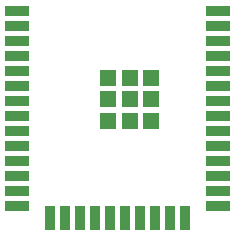
<source format=gbr>
G04 #@! TF.GenerationSoftware,KiCad,Pcbnew,(5.1.10)-1*
G04 #@! TF.CreationDate,2021-09-06T12:39:18+09:00*
G04 #@! TF.ProjectId,controller,636f6e74-726f-46c6-9c65-722e6b696361,rev?*
G04 #@! TF.SameCoordinates,Original*
G04 #@! TF.FileFunction,Paste,Bot*
G04 #@! TF.FilePolarity,Positive*
%FSLAX46Y46*%
G04 Gerber Fmt 4.6, Leading zero omitted, Abs format (unit mm)*
G04 Created by KiCad (PCBNEW (5.1.10)-1) date 2021-09-06 12:39:18*
%MOMM*%
%LPD*%
G01*
G04 APERTURE LIST*
%ADD10R,2.000000X0.900000*%
%ADD11R,0.900000X2.000000*%
%ADD12R,1.330000X1.330000*%
G04 APERTURE END LIST*
D10*
X36000000Y-7740000D03*
X36000000Y-9010000D03*
X36000000Y-10280000D03*
X36000000Y-11550000D03*
X36000000Y-12820000D03*
X36000000Y-14090000D03*
X36000000Y-15360000D03*
X36000000Y-16630000D03*
X36000000Y-17900000D03*
X36000000Y-19170000D03*
X36000000Y-20440000D03*
X36000000Y-21710000D03*
X36000000Y-22980000D03*
X36000000Y-24250000D03*
D11*
X33215000Y-25250000D03*
X31945000Y-25250000D03*
X30675000Y-25250000D03*
X29405000Y-25250000D03*
X28135000Y-25250000D03*
X26865000Y-25250000D03*
X25595000Y-25250000D03*
X24325000Y-25250000D03*
X23055000Y-25250000D03*
X21785000Y-25250000D03*
D10*
X19000000Y-24250000D03*
X19000000Y-22980000D03*
X19000000Y-21710000D03*
X19000000Y-20440000D03*
X19000000Y-19170000D03*
X19000000Y-17900000D03*
X19000000Y-16630000D03*
X19000000Y-15360000D03*
X19000000Y-14090000D03*
X19000000Y-12820000D03*
X19000000Y-11550000D03*
X19000000Y-10280000D03*
X19000000Y-9010000D03*
X19000000Y-7740000D03*
D12*
X30335000Y-13405000D03*
X28500000Y-13405000D03*
X26665000Y-13405000D03*
X30335000Y-15240000D03*
X28500000Y-15240000D03*
X26665000Y-15240000D03*
X30335000Y-17075000D03*
X28500000Y-17075000D03*
X26665000Y-17075000D03*
M02*

</source>
